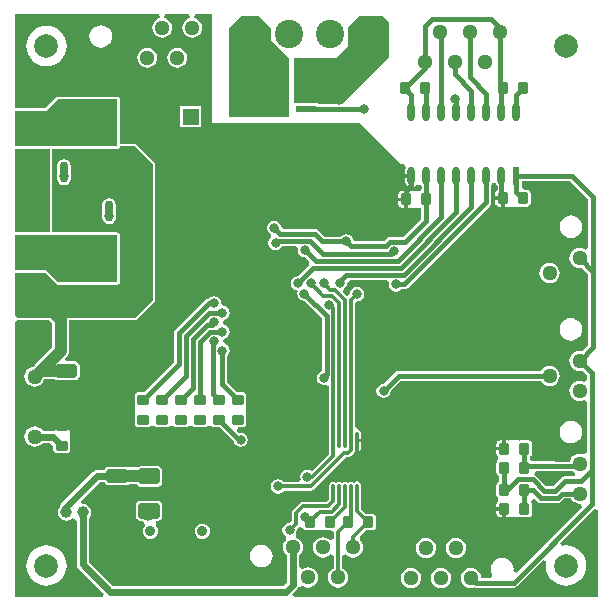
<source format=gbl>
G04 Layer_Physical_Order=2*
G04 Layer_Color=16711680*
%FSLAX24Y24*%
%MOIN*%
G70*
G01*
G75*
G04:AMPARAMS|DCode=13|XSize=39.4mil|YSize=35.4mil|CornerRadius=4.4mil|HoleSize=0mil|Usage=FLASHONLY|Rotation=270.000|XOffset=0mil|YOffset=0mil|HoleType=Round|Shape=RoundedRectangle|*
%AMROUNDEDRECTD13*
21,1,0.0394,0.0266,0,0,270.0*
21,1,0.0305,0.0354,0,0,270.0*
1,1,0.0089,-0.0133,-0.0153*
1,1,0.0089,-0.0133,0.0153*
1,1,0.0089,0.0133,0.0153*
1,1,0.0089,0.0133,-0.0153*
%
%ADD13ROUNDEDRECTD13*%
G04:AMPARAMS|DCode=14|XSize=39.4mil|YSize=35.4mil|CornerRadius=4.4mil|HoleSize=0mil|Usage=FLASHONLY|Rotation=180.000|XOffset=0mil|YOffset=0mil|HoleType=Round|Shape=RoundedRectangle|*
%AMROUNDEDRECTD14*
21,1,0.0394,0.0266,0,0,180.0*
21,1,0.0305,0.0354,0,0,180.0*
1,1,0.0089,-0.0153,0.0133*
1,1,0.0089,0.0153,0.0133*
1,1,0.0089,0.0153,-0.0133*
1,1,0.0089,-0.0153,-0.0133*
%
%ADD14ROUNDEDRECTD14*%
%ADD26C,0.0394*%
%ADD27C,0.0157*%
%ADD28C,0.0118*%
%ADD29C,0.0236*%
%ADD30C,0.0945*%
%ADD31C,0.0532*%
%ADD32R,0.0532X0.0532*%
%ADD33R,0.0532X0.0532*%
%ADD34C,0.0354*%
%ADD35C,0.0512*%
%ADD36C,0.0787*%
%ADD37C,0.0315*%
%ADD38C,0.0394*%
G04:AMPARAMS|DCode=39|XSize=70.9mil|YSize=45.3mil|CornerRadius=5.7mil|HoleSize=0mil|Usage=FLASHONLY|Rotation=0.000|XOffset=0mil|YOffset=0mil|HoleType=Round|Shape=RoundedRectangle|*
%AMROUNDEDRECTD39*
21,1,0.0709,0.0340,0,0,0.0*
21,1,0.0595,0.0453,0,0,0.0*
1,1,0.0113,0.0298,-0.0170*
1,1,0.0113,-0.0298,-0.0170*
1,1,0.0113,-0.0298,0.0170*
1,1,0.0113,0.0298,0.0170*
%
%ADD39ROUNDEDRECTD39*%
G04:AMPARAMS|DCode=40|XSize=70.9mil|YSize=51.2mil|CornerRadius=6.4mil|HoleSize=0mil|Usage=FLASHONLY|Rotation=0.000|XOffset=0mil|YOffset=0mil|HoleType=Round|Shape=RoundedRectangle|*
%AMROUNDEDRECTD40*
21,1,0.0709,0.0384,0,0,0.0*
21,1,0.0581,0.0512,0,0,0.0*
1,1,0.0128,0.0290,-0.0192*
1,1,0.0128,-0.0290,-0.0192*
1,1,0.0128,-0.0290,0.0192*
1,1,0.0128,0.0290,0.0192*
%
%ADD40ROUNDEDRECTD40*%
%ADD41R,0.0650X0.0240*%
%ADD42R,0.1820X0.1780*%
%ADD43O,0.0283X0.0701*%
%ADD44R,0.0283X0.0701*%
%ADD45R,0.0236X0.0610*%
%ADD46O,0.0236X0.0610*%
%ADD47R,0.0118X0.0571*%
%ADD48O,0.0118X0.0571*%
G36*
X1298Y12285D02*
X120D01*
Y15077D01*
X1298D01*
Y12285D01*
D02*
G37*
G36*
X3543Y15157D02*
X120D01*
Y16339D01*
X1181D01*
X1575Y16732D01*
X3543D01*
Y15157D01*
D02*
G37*
G36*
X8661Y19094D02*
Y19094D01*
Y18701D01*
X9252Y18110D01*
Y16142D01*
X7283D01*
Y19094D01*
Y19094D01*
X7677Y19488D01*
X8268D01*
X8661Y19094D01*
D02*
G37*
G36*
X18128Y4328D02*
X18128Y4328D01*
X18728D01*
X18802Y4269D01*
X18784Y4153D01*
X18451D01*
X18389Y4140D01*
X18337Y4106D01*
X18337Y4106D01*
X18057Y3826D01*
X17848D01*
X17505Y4169D01*
X17453Y4203D01*
X17441Y4213D01*
X17484Y4332D01*
X18108D01*
X18128Y4328D01*
D02*
G37*
G36*
X4724Y14567D02*
Y10039D01*
X4134Y9449D01*
X204Y9449D01*
X120Y9532D01*
Y10943D01*
X1148D01*
X1518Y10573D01*
X1544Y10556D01*
X1575Y10550D01*
X3543D01*
X3574Y10556D01*
X3600Y10573D01*
X3617Y10599D01*
X3624Y10630D01*
Y12205D01*
X3617Y12235D01*
X3600Y12261D01*
X3574Y12279D01*
X3543Y12285D01*
X1378D01*
Y15077D01*
X3543D01*
X3574Y15083D01*
X3600Y15101D01*
X3617Y15127D01*
X3624Y15157D01*
X4134D01*
X4724Y14567D01*
D02*
G37*
G36*
X3543Y10630D02*
X1575D01*
X1181Y11024D01*
X120D01*
Y12205D01*
X3543D01*
Y10630D01*
D02*
G37*
G36*
X12598Y19291D02*
Y18110D01*
X11046Y16558D01*
X10227D01*
Y16614D01*
X9449D01*
Y18110D01*
X10827D01*
Y18110D01*
X11220Y18504D01*
Y19094D01*
X11614Y19488D01*
X12402D01*
X12598Y19291D01*
D02*
G37*
G36*
X6693Y15945D02*
X11614D01*
X12992Y14567D01*
X13110D01*
X13173Y14449D01*
X13165Y14437D01*
X13150Y14360D01*
Y14232D01*
X13350D01*
Y14173D01*
X13409D01*
Y13797D01*
X13427Y13801D01*
X13492Y13844D01*
X13504Y13862D01*
X13634Y13879D01*
X13645Y13876D01*
X13690Y13825D01*
Y13768D01*
X13661Y13661D01*
X13346D01*
X13341Y13656D01*
X13302Y13664D01*
X13228D01*
Y13386D01*
Y13108D01*
X13302D01*
X13341Y13116D01*
X13346Y13110D01*
X13661D01*
X13678Y12999D01*
Y12724D01*
X13083Y12129D01*
X12625D01*
X12625Y12129D01*
X12564Y12117D01*
X12512Y12082D01*
X12512Y12082D01*
X12441Y12011D01*
X11417D01*
X11404Y12080D01*
X11351Y12158D01*
X11273Y12211D01*
X11181Y12229D01*
X11089Y12211D01*
X11011Y12158D01*
X11004Y12149D01*
X10441D01*
X10232Y12358D01*
X10180Y12392D01*
X10118Y12405D01*
X10118Y12405D01*
X9133D01*
X9020Y12441D01*
X9002Y12533D01*
X8950Y12611D01*
X8872Y12663D01*
X8780Y12682D01*
X8687Y12663D01*
X8609Y12611D01*
X8557Y12533D01*
X8539Y12441D01*
X8557Y12349D01*
X8609Y12271D01*
X8651Y12243D01*
X8664Y12128D01*
X8659Y12106D01*
X8649Y12099D01*
X8596Y12021D01*
X8578Y11929D01*
X8596Y11837D01*
X8649Y11759D01*
X8727Y11707D01*
X8819Y11688D01*
X8911Y11707D01*
X8989Y11759D01*
X9041Y11837D01*
X9043Y11847D01*
X9491D01*
X9570Y11729D01*
X9562Y11693D01*
X9581Y11601D01*
X9633Y11523D01*
X9711Y11470D01*
X9803Y11452D01*
X9815Y11454D01*
X9928Y11341D01*
X9936Y11300D01*
X9919Y11183D01*
X9571Y10835D01*
X9569Y10831D01*
X9567Y10831D01*
X9475Y10813D01*
X9397Y10761D01*
X9344Y10683D01*
X9326Y10591D01*
X9344Y10498D01*
X9397Y10420D01*
X9475Y10368D01*
X9509Y10361D01*
X9561Y10342D01*
X9543Y10250D01*
X9561Y10158D01*
X9613Y10080D01*
X9691Y10028D01*
X9783Y10009D01*
X9789Y10011D01*
X10371Y9429D01*
Y7669D01*
X10341Y7663D01*
X10263Y7611D01*
X10211Y7533D01*
X10192Y7441D01*
X10211Y7349D01*
X10263Y7271D01*
X10341Y7218D01*
X10433Y7200D01*
X10489Y7211D01*
X10585Y7156D01*
X10608Y7131D01*
Y5354D01*
Y4905D01*
X10025Y4323D01*
X9974Y4356D01*
X9882Y4375D01*
X9790Y4356D01*
X9712Y4304D01*
X9659Y4226D01*
X9641Y4134D01*
X9652Y4078D01*
X9597Y3982D01*
X9572Y3959D01*
X9088D01*
X9068Y3989D01*
X8990Y4041D01*
X8898Y4060D01*
X8805Y4041D01*
X8727Y3989D01*
X8675Y3911D01*
X8657Y3819D01*
X8675Y3727D01*
X8727Y3649D01*
X8805Y3596D01*
X8898Y3578D01*
X8990Y3596D01*
X9068Y3649D01*
X9088Y3678D01*
X10000D01*
X10054Y3689D01*
X10099Y3720D01*
X11170Y4791D01*
X11223D01*
X11277Y4801D01*
X11323Y4832D01*
X11438Y4947D01*
X11476Y4992D01*
Y5033D01*
X11479Y5046D01*
Y5354D01*
X11535D01*
Y5413D01*
X11676D01*
Y5581D01*
X11665Y5634D01*
X11635Y5680D01*
X11589Y5711D01*
X11535Y5721D01*
X11479Y5830D01*
Y9886D01*
X11535Y9995D01*
X11628Y10014D01*
X11706Y10066D01*
X11758Y10144D01*
X11776Y10236D01*
X11758Y10328D01*
X11706Y10407D01*
X11628Y10459D01*
X11535Y10477D01*
X11443Y10459D01*
X11365Y10407D01*
X11313Y10328D01*
X11295Y10239D01*
X11283Y10230D01*
X11185Y10182D01*
X11081Y10286D01*
X11109Y10425D01*
X11140Y10446D01*
X11193Y10524D01*
X11211Y10616D01*
X11303Y10706D01*
X12522D01*
X12601Y10587D01*
X12594Y10551D01*
X12612Y10459D01*
X12664Y10381D01*
X12742Y10329D01*
X12835Y10310D01*
X12927Y10329D01*
X13005Y10381D01*
X13011Y10391D01*
X13110D01*
X13110Y10391D01*
X13172Y10403D01*
X13224Y10438D01*
X15964Y13178D01*
X15964Y13178D01*
X15999Y13230D01*
X16011Y13291D01*
X16011Y13291D01*
Y13872D01*
X16036Y13909D01*
X16040Y13931D01*
X16161D01*
X16165Y13909D01*
X16208Y13844D01*
X16248Y13818D01*
X16236Y13704D01*
X16233Y13697D01*
X16217Y13694D01*
X16176Y13666D01*
X16149Y13626D01*
X16139Y13578D01*
Y13484D01*
X16398D01*
Y13425D01*
X16457D01*
Y13147D01*
X16531D01*
X16569Y13155D01*
X16575Y13150D01*
X16890D01*
X16895Y13155D01*
X16934Y13147D01*
X17200D01*
X17248Y13157D01*
X17289Y13184D01*
X17316Y13225D01*
X17325Y13273D01*
Y13578D01*
X17316Y13626D01*
X17289Y13666D01*
X17248Y13694D01*
X17200Y13703D01*
X17124D01*
X17047Y13789D01*
Y14013D01*
X18634D01*
X19249Y13398D01*
Y11773D01*
X19131Y11714D01*
X19122Y11721D01*
X19040Y11755D01*
X18953Y11767D01*
X18865Y11755D01*
X18784Y11721D01*
X18714Y11668D01*
X18660Y11598D01*
X18627Y11516D01*
X18615Y11429D01*
X18627Y11342D01*
X18660Y11260D01*
X18714Y11190D01*
X18784Y11137D01*
X18865Y11103D01*
X18953Y11092D01*
X19040Y11103D01*
X19048Y11106D01*
X19249Y10906D01*
Y8527D01*
X19048Y8327D01*
X19040Y8330D01*
X18953Y8341D01*
X18865Y8330D01*
X18784Y8296D01*
X18714Y8243D01*
X18660Y8173D01*
X18627Y8091D01*
X18615Y8004D01*
X18627Y7917D01*
X18660Y7835D01*
X18714Y7765D01*
X18784Y7712D01*
X18865Y7678D01*
X18953Y7666D01*
X19040Y7678D01*
X19048Y7681D01*
X19206Y7524D01*
Y7381D01*
X19179Y7354D01*
X19087Y7310D01*
X19040Y7330D01*
X18953Y7341D01*
X18865Y7330D01*
X18784Y7296D01*
X18714Y7243D01*
X18660Y7173D01*
X18627Y7091D01*
X18615Y7004D01*
X18627Y6917D01*
X18660Y6835D01*
X18714Y6765D01*
X18784Y6712D01*
X18865Y6678D01*
X18953Y6666D01*
X19040Y6678D01*
X19087Y6698D01*
X19179Y6654D01*
X19206Y6627D01*
Y4955D01*
X19179Y4929D01*
X19087Y4885D01*
X19040Y4905D01*
X18953Y4916D01*
X18865Y4905D01*
X18784Y4871D01*
X18714Y4817D01*
X18660Y4748D01*
X18627Y4666D01*
X18624Y4649D01*
X18144D01*
X18124Y4653D01*
X18124Y4653D01*
X17353D01*
X17328Y4690D01*
X17316Y4698D01*
X17308Y4728D01*
Y4800D01*
X17316Y4829D01*
X17328Y4837D01*
X17355Y4878D01*
X17365Y4926D01*
Y5231D01*
X17355Y5279D01*
X17328Y5320D01*
X17287Y5347D01*
X17239Y5357D01*
X16973D01*
X16934Y5349D01*
X16929Y5354D01*
X16614D01*
X16609Y5349D01*
X16570Y5357D01*
X16496D01*
Y5079D01*
X16437D01*
Y5020D01*
X16179D01*
Y4926D01*
X16188Y4878D01*
X16215Y4837D01*
X16228Y4829D01*
X16235Y4800D01*
Y4728D01*
X16228Y4698D01*
X16215Y4690D01*
X16188Y4649D01*
X16179Y4601D01*
Y4296D01*
X16188Y4248D01*
X16215Y4208D01*
X16256Y4180D01*
X16276Y4176D01*
Y3973D01*
X16256Y3969D01*
X16215Y3942D01*
X16188Y3901D01*
X16179Y3853D01*
Y3548D01*
X16188Y3500D01*
X16215Y3460D01*
X16228Y3451D01*
X16235Y3422D01*
Y3350D01*
X16228Y3320D01*
X16215Y3312D01*
X16188Y3271D01*
X16179Y3223D01*
Y3130D01*
X16437D01*
Y3071D01*
X16496D01*
Y2793D01*
X16570D01*
X16609Y2801D01*
X16614Y2795D01*
X16929D01*
X16934Y2801D01*
X16973Y2793D01*
X17239D01*
X17287Y2802D01*
X17328Y2830D01*
X17355Y2870D01*
X17365Y2918D01*
Y3223D01*
X17355Y3271D01*
X17328Y3312D01*
X17391Y3412D01*
X17417Y3432D01*
X17429Y3433D01*
X17448Y3427D01*
X17564Y3312D01*
X17616Y3277D01*
X17678Y3265D01*
X18218D01*
X18218Y3265D01*
X18279Y3277D01*
X18331Y3312D01*
X18438Y3418D01*
X18657D01*
X18660Y3410D01*
X18714Y3340D01*
X18784Y3286D01*
X18865Y3253D01*
X18953Y3241D01*
X18994Y3247D01*
X19049Y3135D01*
X16852Y938D01*
X16747Y999D01*
X16755Y1063D01*
X16742Y1161D01*
X16705Y1252D01*
X16645Y1330D01*
X16567Y1390D01*
X16476Y1427D01*
X16378Y1440D01*
X16280Y1427D01*
X16189Y1390D01*
X16111Y1330D01*
X16051Y1252D01*
X16014Y1161D01*
X16001Y1063D01*
X16014Y965D01*
X16045Y889D01*
X16025Y835D01*
X15982Y771D01*
X15665D01*
X15664Y772D01*
X15653Y859D01*
X15619Y940D01*
X15565Y1010D01*
X15496Y1064D01*
X15414Y1098D01*
X15327Y1109D01*
X15239Y1098D01*
X15158Y1064D01*
X15088Y1010D01*
X15034Y940D01*
X15001Y859D01*
X14989Y772D01*
X15001Y684D01*
X15034Y603D01*
X15088Y533D01*
X15158Y479D01*
X15239Y446D01*
X15327Y434D01*
X15414Y446D01*
X15445Y458D01*
X15488Y450D01*
X16752D01*
X16752Y450D01*
X16813Y462D01*
X16866Y497D01*
X17738Y1369D01*
X17837Y1317D01*
X17844Y1308D01*
X17831Y1181D01*
X17844Y1050D01*
X17883Y924D01*
X17945Y807D01*
X18028Y706D01*
X18130Y622D01*
X18247Y560D01*
X18373Y521D01*
X18504Y509D01*
X18635Y521D01*
X18761Y560D01*
X18878Y622D01*
X18979Y706D01*
X19063Y807D01*
X19125Y924D01*
X19164Y1050D01*
X19176Y1181D01*
X19164Y1312D01*
X19125Y1438D01*
X19063Y1555D01*
X18979Y1657D01*
X18878Y1740D01*
X18761Y1802D01*
X18635Y1841D01*
X18504Y1854D01*
X18377Y1841D01*
X18369Y1849D01*
X18316Y1947D01*
X19447Y3078D01*
X19565Y3031D01*
Y120D01*
X9430D01*
X9381Y239D01*
X9540Y397D01*
X9583Y463D01*
X9615Y483D01*
X9712Y508D01*
X9729Y495D01*
X9810Y461D01*
X9898Y450D01*
X9985Y461D01*
X10066Y495D01*
X10136Y549D01*
X10190Y619D01*
X10224Y700D01*
X10235Y787D01*
X10224Y875D01*
X10190Y956D01*
X10136Y1026D01*
X10066Y1080D01*
X9985Y1113D01*
X9898Y1125D01*
X9810Y1113D01*
X9729Y1080D01*
X9716Y1070D01*
X9598Y1128D01*
Y1520D01*
X9636Y1549D01*
X9690Y1619D01*
X9724Y1700D01*
X9735Y1787D01*
X9724Y1875D01*
X9690Y1956D01*
X9636Y2026D01*
X9566Y2080D01*
X9528Y2095D01*
X9514Y2116D01*
X9488Y2204D01*
X9488Y2232D01*
X9514Y2270D01*
X9532Y2362D01*
X9525Y2397D01*
X9607Y2479D01*
X9626Y2480D01*
X9729Y2449D01*
X9732Y2437D01*
X9759Y2397D01*
X9799Y2369D01*
X9847Y2360D01*
X10113D01*
X10152Y2368D01*
X10157Y2362D01*
X10472D01*
X10478Y2368D01*
X10517Y2360D01*
X10650D01*
X10757Y2295D01*
Y2063D01*
X10639Y2023D01*
X10636Y2026D01*
X10566Y2080D01*
X10485Y2113D01*
X10398Y2125D01*
X10310Y2113D01*
X10229Y2080D01*
X10159Y2026D01*
X10105Y1956D01*
X10072Y1875D01*
X10060Y1787D01*
X10072Y1700D01*
X10105Y1619D01*
X10159Y1549D01*
X10229Y1495D01*
X10310Y1461D01*
X10398Y1450D01*
X10485Y1461D01*
X10566Y1495D01*
X10636Y1549D01*
X10639Y1552D01*
X10757Y1512D01*
Y1091D01*
X10729Y1080D01*
X10659Y1026D01*
X10605Y956D01*
X10572Y875D01*
X10560Y787D01*
X10572Y700D01*
X10605Y619D01*
X10659Y549D01*
X10729Y495D01*
X10810Y461D01*
X10898Y450D01*
X10985Y461D01*
X11066Y495D01*
X11136Y549D01*
X11190Y619D01*
X11224Y700D01*
X11235Y787D01*
X11224Y875D01*
X11190Y956D01*
X11136Y1026D01*
X11066Y1080D01*
X11038Y1091D01*
Y1512D01*
X11156Y1552D01*
X11159Y1549D01*
X11229Y1495D01*
X11310Y1461D01*
X11398Y1450D01*
X11485Y1461D01*
X11566Y1495D01*
X11636Y1549D01*
X11690Y1619D01*
X11724Y1700D01*
X11735Y1787D01*
X11724Y1875D01*
X11690Y1956D01*
X11636Y2026D01*
X11641Y2171D01*
X11830Y2360D01*
X12042D01*
X12090Y2369D01*
X12131Y2397D01*
X12158Y2437D01*
X12168Y2485D01*
Y2790D01*
X12158Y2838D01*
X12131Y2879D01*
X12090Y2906D01*
X12042Y2916D01*
X11830D01*
X11676Y3070D01*
Y3622D01*
Y3848D01*
X11665Y3902D01*
X11635Y3948D01*
X11589Y3978D01*
X11535Y3989D01*
X11482Y3978D01*
X11437Y3948D01*
X11392Y3978D01*
X11339Y3989D01*
X11285Y3978D01*
X11240Y3948D01*
X11195Y3978D01*
X11142Y3989D01*
X11088Y3978D01*
X11043Y3948D01*
X10999Y3978D01*
X10945Y3989D01*
X10891Y3978D01*
X10846Y3948D01*
X10802Y3978D01*
X10748Y3989D01*
X10694Y3978D01*
X10649Y3948D01*
X10618Y3902D01*
X10608Y3848D01*
Y3405D01*
X10513Y3310D01*
X9740D01*
X9686Y3299D01*
X9641Y3269D01*
X9409Y3037D01*
X9378Y2991D01*
X9367Y2937D01*
Y2700D01*
X9291Y2603D01*
X9199Y2585D01*
X9121Y2533D01*
X9069Y2454D01*
X9050Y2362D01*
X9069Y2270D01*
X9121Y2192D01*
X9153Y2170D01*
X9169Y2042D01*
X9165Y2031D01*
X9159Y2026D01*
X9105Y1956D01*
X9072Y1875D01*
X9060Y1787D01*
X9072Y1700D01*
X9105Y1619D01*
X9159Y1549D01*
X9197Y1520D01*
Y623D01*
X9090Y516D01*
X3390D01*
X2602Y1304D01*
Y2762D01*
X2642Y2814D01*
X2670Y2881D01*
X2680Y2953D01*
X2670Y3025D01*
X2642Y3092D01*
X2598Y3149D01*
X2541Y3193D01*
X2474Y3221D01*
X2402Y3231D01*
X2379Y3228D01*
X2324Y3340D01*
X2957Y3973D01*
X3114D01*
X3118Y3951D01*
X3148Y3906D01*
X3193Y3876D01*
X3246Y3865D01*
X3841D01*
X3894Y3876D01*
X3923Y3895D01*
X4189D01*
X4213Y3859D01*
X4260Y3827D01*
X4316Y3816D01*
X4897D01*
X4952Y3827D01*
X5000Y3859D01*
X5031Y3906D01*
X5042Y3962D01*
Y4345D01*
X5031Y4401D01*
X5000Y4448D01*
X4952Y4480D01*
X4897Y4491D01*
X4316D01*
X4260Y4480D01*
X4217Y4451D01*
X3923D01*
X3894Y4470D01*
X3841Y4481D01*
X3246D01*
X3193Y4470D01*
X3148Y4441D01*
X3118Y4396D01*
X3114Y4374D01*
X2874D01*
X2797Y4359D01*
X2732Y4315D01*
X1708Y3292D01*
X1665Y3226D01*
X1650Y3150D01*
Y3144D01*
X1610Y3092D01*
X1582Y3025D01*
X1572Y2953D01*
X1582Y2881D01*
X1610Y2814D01*
X1654Y2756D01*
X1711Y2712D01*
X1778Y2684D01*
X1850Y2675D01*
X1922Y2684D01*
X1989Y2712D01*
X2047Y2756D01*
X2152Y2709D01*
X2201Y2661D01*
Y1220D01*
X2216Y1144D01*
X2260Y1079D01*
X3100Y239D01*
X3051Y120D01*
X120D01*
Y9274D01*
X126Y9285D01*
X204Y9369D01*
X1262D01*
X1376Y9255D01*
Y8462D01*
X788Y7874D01*
X723Y7809D01*
X700Y7806D01*
X619Y7773D01*
X549Y7719D01*
X495Y7649D01*
X461Y7568D01*
X450Y7480D01*
X461Y7393D01*
X495Y7312D01*
X549Y7242D01*
X619Y7188D01*
X700Y7154D01*
X787Y7143D01*
X875Y7154D01*
X956Y7188D01*
X1026Y7242D01*
X1080Y7312D01*
X1113Y7393D01*
X1114Y7399D01*
X1471D01*
X1500Y7380D01*
X1553Y7369D01*
X2148D01*
X2201Y7380D01*
X2246Y7410D01*
X2276Y7455D01*
X2286Y7507D01*
Y7847D01*
X2276Y7900D01*
X2246Y7945D01*
X2201Y7974D01*
X2148Y7985D01*
X1839D01*
X1794Y8094D01*
X1850Y8150D01*
X1894Y8207D01*
X1922Y8275D01*
X1932Y8346D01*
Y9369D01*
X4134Y9369D01*
X4165Y9375D01*
X4191Y9392D01*
X4191Y9392D01*
X4781Y9983D01*
X4799Y10009D01*
X4805Y10039D01*
Y14567D01*
X4799Y14598D01*
X4781Y14624D01*
X4781Y14624D01*
X4191Y15214D01*
X4165Y15232D01*
X4134Y15238D01*
X3624D01*
Y16732D01*
X3617Y16763D01*
X3600Y16789D01*
X3574Y16806D01*
X3543Y16813D01*
X1575D01*
X1575Y16813D01*
X1544Y16806D01*
X1518Y16789D01*
X1518Y16789D01*
X1148Y16419D01*
X120D01*
Y19565D01*
X4945D01*
X4975Y19447D01*
X4956Y19436D01*
X4954Y19435D01*
X4956Y19436D01*
X4956Y19436D01*
X4956Y19436D01*
X4956Y19436D01*
X4943Y19431D01*
X4875Y19403D01*
X4805Y19349D01*
X4751Y19279D01*
X4717Y19198D01*
X4706Y19110D01*
X4717Y19023D01*
X4751Y18941D01*
X4805Y18872D01*
X4875Y18818D01*
X4956Y18784D01*
X5043Y18773D01*
X5131Y18784D01*
X5212Y18818D01*
X5282Y18872D01*
X5336Y18941D01*
X5369Y19023D01*
X5381Y19110D01*
X5369Y19198D01*
X5336Y19279D01*
X5282Y19349D01*
X5212Y19403D01*
X5144Y19431D01*
X5131Y19436D01*
X5131Y19436D01*
X5131Y19436D01*
X5131Y19436D01*
X5133Y19435D01*
X5131Y19436D01*
X5112Y19447D01*
X5142Y19565D01*
X5945D01*
X5975Y19447D01*
X5956Y19436D01*
X5956Y19436D01*
X5956Y19436D01*
X5943Y19431D01*
X5875Y19403D01*
X5805Y19349D01*
X5751Y19279D01*
X5717Y19198D01*
X5706Y19110D01*
X5717Y19023D01*
X5751Y18941D01*
X5805Y18872D01*
X5875Y18818D01*
X5956Y18784D01*
X6043Y18773D01*
X6131Y18784D01*
X6212Y18818D01*
X6282Y18872D01*
X6336Y18941D01*
X6369Y19023D01*
X6381Y19110D01*
X6369Y19198D01*
X6336Y19279D01*
X6282Y19349D01*
X6212Y19403D01*
X6144Y19431D01*
X6131Y19436D01*
X6131Y19436D01*
X6131Y19436D01*
X6131Y19436D01*
X6133Y19435D01*
X6131Y19436D01*
X6112Y19447D01*
X6142Y19565D01*
X6693D01*
Y15945D01*
D02*
G37*
%LPC*%
G36*
X787Y5818D02*
X700Y5806D01*
X619Y5773D01*
X549Y5719D01*
X495Y5649D01*
X461Y5568D01*
X450Y5480D01*
X461Y5393D01*
X495Y5312D01*
X549Y5242D01*
X619Y5188D01*
X700Y5154D01*
X787Y5143D01*
X875Y5154D01*
X956Y5188D01*
X1026Y5242D01*
X1055Y5280D01*
X1307D01*
X1415Y5171D01*
Y5044D01*
X1424Y4996D01*
X1452Y4956D01*
X1492Y4928D01*
X1540Y4919D01*
X1845D01*
X1893Y4928D01*
X1934Y4956D01*
X1961Y4996D01*
X1971Y5044D01*
Y5310D01*
X1963Y5349D01*
X1969Y5354D01*
Y5669D01*
X1890Y5748D01*
X1496D01*
X1423Y5674D01*
X1390Y5681D01*
X1055D01*
X1026Y5719D01*
X956Y5773D01*
X875Y5806D01*
X787Y5818D01*
D02*
G37*
G36*
X16378Y3012D02*
X16179D01*
Y2918D01*
X16188Y2870D01*
X16215Y2830D01*
X16256Y2802D01*
X16304Y2793D01*
X16378D01*
Y3012D01*
D02*
G37*
G36*
X11676Y5295D02*
X11594D01*
Y5002D01*
X11635Y5029D01*
X11665Y5074D01*
X11676Y5128D01*
Y5295D01*
D02*
G37*
G36*
X17953Y7841D02*
X17865Y7830D01*
X17784Y7796D01*
X17714Y7743D01*
X17660Y7673D01*
X17657Y7664D01*
X12917D01*
X12917Y7664D01*
X12856Y7652D01*
X12804Y7617D01*
X12433Y7246D01*
X12421Y7249D01*
X12329Y7230D01*
X12251Y7178D01*
X12199Y7100D01*
X12180Y7008D01*
X12199Y6916D01*
X12251Y6838D01*
X12329Y6785D01*
X12421Y6767D01*
X12513Y6785D01*
X12592Y6838D01*
X12644Y6916D01*
X12662Y7008D01*
X12660Y7019D01*
X12984Y7343D01*
X17657D01*
X17660Y7335D01*
X17714Y7265D01*
X17784Y7212D01*
X17865Y7178D01*
X17953Y7166D01*
X18040Y7178D01*
X18122Y7212D01*
X18191Y7265D01*
X18245Y7335D01*
X18279Y7417D01*
X18290Y7504D01*
X18279Y7591D01*
X18245Y7673D01*
X18191Y7743D01*
X18122Y7796D01*
X18040Y7830D01*
X17953Y7841D01*
D02*
G37*
G36*
X18661Y6007D02*
X18564Y5994D01*
X18473Y5957D01*
X18395Y5897D01*
X18335Y5819D01*
X18297Y5728D01*
X18284Y5630D01*
X18297Y5532D01*
X18335Y5441D01*
X18395Y5363D01*
X18473Y5303D01*
X18564Y5266D01*
X18661Y5253D01*
X18759Y5266D01*
X18850Y5303D01*
X18928Y5363D01*
X18988Y5441D01*
X19026Y5532D01*
X19039Y5630D01*
X19026Y5728D01*
X18988Y5819D01*
X18928Y5897D01*
X18850Y5957D01*
X18759Y5994D01*
X18661Y6007D01*
D02*
G37*
G36*
X16378Y5357D02*
X16304D01*
X16256Y5347D01*
X16215Y5320D01*
X16188Y5279D01*
X16179Y5231D01*
Y5138D01*
X16378D01*
Y5357D01*
D02*
G37*
G36*
X6378Y2581D02*
X6311Y2572D01*
X6249Y2546D01*
X6195Y2505D01*
X6154Y2452D01*
X6129Y2390D01*
X6120Y2323D01*
X6129Y2256D01*
X6154Y2194D01*
X6195Y2140D01*
X6249Y2099D01*
X6311Y2074D01*
X6378Y2065D01*
X6445Y2074D01*
X6507Y2099D01*
X6560Y2140D01*
X6601Y2194D01*
X6627Y2256D01*
X6636Y2323D01*
X6627Y2390D01*
X6601Y2452D01*
X6560Y2505D01*
X6507Y2546D01*
X6445Y2572D01*
X6378Y2581D01*
D02*
G37*
G36*
X1181Y1854D02*
X1050Y1841D01*
X924Y1802D01*
X807Y1740D01*
X706Y1657D01*
X622Y1555D01*
X560Y1438D01*
X521Y1312D01*
X509Y1181D01*
X521Y1050D01*
X560Y924D01*
X622Y807D01*
X706Y706D01*
X807Y622D01*
X924Y560D01*
X1050Y521D01*
X1181Y509D01*
X1312Y521D01*
X1438Y560D01*
X1555Y622D01*
X1657Y706D01*
X1740Y807D01*
X1802Y924D01*
X1841Y1050D01*
X1854Y1181D01*
X1841Y1312D01*
X1802Y1438D01*
X1740Y1555D01*
X1657Y1657D01*
X1555Y1740D01*
X1438Y1802D01*
X1312Y1841D01*
X1181Y1854D01*
D02*
G37*
G36*
X14327Y1109D02*
X14239Y1098D01*
X14158Y1064D01*
X14088Y1010D01*
X14034Y940D01*
X14001Y859D01*
X13989Y772D01*
X14001Y684D01*
X14034Y603D01*
X14088Y533D01*
X14158Y479D01*
X14239Y446D01*
X14327Y434D01*
X14414Y446D01*
X14496Y479D01*
X14565Y533D01*
X14619Y603D01*
X14653Y684D01*
X14664Y772D01*
X14653Y859D01*
X14619Y940D01*
X14565Y1010D01*
X14496Y1064D01*
X14414Y1098D01*
X14327Y1109D01*
D02*
G37*
G36*
X13327D02*
X13239Y1098D01*
X13158Y1064D01*
X13088Y1010D01*
X13034Y940D01*
X13001Y859D01*
X12989Y772D01*
X13001Y684D01*
X13034Y603D01*
X13088Y533D01*
X13158Y479D01*
X13239Y446D01*
X13327Y434D01*
X13414Y446D01*
X13496Y479D01*
X13565Y533D01*
X13619Y603D01*
X13653Y684D01*
X13664Y772D01*
X13653Y859D01*
X13619Y940D01*
X13565Y1010D01*
X13496Y1064D01*
X13414Y1098D01*
X13327Y1109D01*
D02*
G37*
G36*
X8346Y1873D02*
X8249Y1860D01*
X8158Y1823D01*
X8080Y1763D01*
X8020Y1685D01*
X7982Y1594D01*
X7969Y1496D01*
X7982Y1398D01*
X8020Y1307D01*
X8080Y1229D01*
X8158Y1169D01*
X8249Y1132D01*
X8346Y1119D01*
X8444Y1132D01*
X8535Y1169D01*
X8613Y1229D01*
X8673Y1307D01*
X8711Y1398D01*
X8724Y1496D01*
X8711Y1594D01*
X8673Y1685D01*
X8613Y1763D01*
X8535Y1823D01*
X8444Y1860D01*
X8346Y1873D01*
D02*
G37*
G36*
X4897Y3349D02*
X4316D01*
X4260Y3338D01*
X4213Y3307D01*
X4182Y3259D01*
X4170Y3204D01*
Y2820D01*
X4182Y2764D01*
X4213Y2717D01*
X4260Y2685D01*
X4316Y2674D01*
X4374D01*
X4428Y2633D01*
X4433Y2631D01*
X4459Y2525D01*
X4456Y2496D01*
X4422Y2452D01*
X4396Y2390D01*
X4388Y2323D01*
X4396Y2256D01*
X4422Y2194D01*
X4463Y2140D01*
X4517Y2099D01*
X4579Y2074D01*
X4646Y2065D01*
X4712Y2074D01*
X4775Y2099D01*
X4828Y2140D01*
X4869Y2194D01*
X4895Y2256D01*
X4904Y2323D01*
X4895Y2390D01*
X4869Y2452D01*
X4828Y2505D01*
X4823Y2646D01*
X4848Y2674D01*
X4897D01*
X4952Y2685D01*
X5000Y2717D01*
X5031Y2764D01*
X5042Y2820D01*
Y3204D01*
X5031Y3259D01*
X5000Y3307D01*
X4952Y3338D01*
X4897Y3349D01*
D02*
G37*
G36*
X14827Y2109D02*
X14739Y2098D01*
X14658Y2064D01*
X14588Y2010D01*
X14534Y1940D01*
X14501Y1859D01*
X14489Y1772D01*
X14501Y1684D01*
X14534Y1603D01*
X14588Y1533D01*
X14658Y1479D01*
X14739Y1446D01*
X14827Y1434D01*
X14914Y1446D01*
X14996Y1479D01*
X15065Y1533D01*
X15119Y1603D01*
X15153Y1684D01*
X15164Y1772D01*
X15153Y1859D01*
X15119Y1940D01*
X15065Y2010D01*
X14996Y2064D01*
X14914Y2098D01*
X14827Y2109D01*
D02*
G37*
G36*
X13827D02*
X13739Y2098D01*
X13658Y2064D01*
X13588Y2010D01*
X13534Y1940D01*
X13501Y1859D01*
X13489Y1772D01*
X13501Y1684D01*
X13534Y1603D01*
X13588Y1533D01*
X13658Y1479D01*
X13739Y1446D01*
X13827Y1434D01*
X13914Y1446D01*
X13996Y1479D01*
X14065Y1533D01*
X14119Y1603D01*
X14153Y1684D01*
X14164Y1772D01*
X14153Y1859D01*
X14119Y1940D01*
X14065Y2010D01*
X13996Y2064D01*
X13914Y2098D01*
X13827Y2109D01*
D02*
G37*
G36*
X18661Y9432D02*
X18564Y9420D01*
X18473Y9382D01*
X18395Y9322D01*
X18335Y9244D01*
X18297Y9153D01*
X18284Y9055D01*
X18297Y8957D01*
X18335Y8867D01*
X18395Y8788D01*
X18473Y8728D01*
X18564Y8691D01*
X18661Y8678D01*
X18759Y8691D01*
X18850Y8728D01*
X18928Y8788D01*
X18988Y8867D01*
X19026Y8957D01*
X19039Y9055D01*
X19026Y9153D01*
X18988Y9244D01*
X18928Y9322D01*
X18850Y9382D01*
X18759Y9420D01*
X18661Y9432D01*
D02*
G37*
G36*
X13291Y14114D02*
X13150D01*
Y13986D01*
X13165Y13909D01*
X13208Y13844D01*
X13274Y13801D01*
X13291Y13797D01*
Y14114D01*
D02*
G37*
G36*
X13110Y13664D02*
X13036D01*
X12988Y13654D01*
X12948Y13627D01*
X12921Y13586D01*
X12911Y13538D01*
Y13445D01*
X13110D01*
Y13664D01*
D02*
G37*
G36*
X16339Y13366D02*
X16139D01*
Y13273D01*
X16149Y13225D01*
X16176Y13184D01*
X16217Y13157D01*
X16265Y13147D01*
X16339D01*
Y13366D01*
D02*
G37*
G36*
X1768Y14725D02*
X1682Y14708D01*
X1609Y14659D01*
X1560Y14586D01*
X1543Y14500D01*
Y14258D01*
X1527Y14177D01*
X1543Y14096D01*
Y14083D01*
X1560Y13997D01*
X1609Y13924D01*
X1682Y13875D01*
X1768Y13858D01*
X1854Y13875D01*
X1927Y13924D01*
X1975Y13997D01*
X1993Y14083D01*
Y14096D01*
X2009Y14177D01*
X1993Y14258D01*
Y14500D01*
X1975Y14586D01*
X1927Y14659D01*
X1854Y14708D01*
X1768Y14725D01*
D02*
G37*
G36*
X4543Y18448D02*
X4456Y18436D01*
X4375Y18403D01*
X4305Y18349D01*
X4251Y18279D01*
X4217Y18198D01*
X4206Y18110D01*
X4217Y18023D01*
X4251Y17941D01*
X4305Y17872D01*
X4375Y17818D01*
X4456Y17784D01*
X4543Y17773D01*
X4631Y17784D01*
X4712Y17818D01*
X4782Y17872D01*
X4836Y17941D01*
X4869Y18023D01*
X4881Y18110D01*
X4869Y18198D01*
X4836Y18279D01*
X4782Y18349D01*
X4712Y18403D01*
X4631Y18436D01*
X4543Y18448D01*
D02*
G37*
G36*
X6329Y16486D02*
X5640D01*
Y15797D01*
X6329D01*
Y16486D01*
D02*
G37*
G36*
X5543Y18448D02*
X5456Y18436D01*
X5375Y18403D01*
X5305Y18349D01*
X5251Y18279D01*
X5217Y18198D01*
X5206Y18110D01*
X5217Y18023D01*
X5251Y17941D01*
X5305Y17872D01*
X5375Y17818D01*
X5456Y17784D01*
X5543Y17773D01*
X5631Y17784D01*
X5712Y17818D01*
X5782Y17872D01*
X5836Y17941D01*
X5869Y18023D01*
X5881Y18110D01*
X5869Y18198D01*
X5836Y18279D01*
X5782Y18349D01*
X5712Y18403D01*
X5631Y18436D01*
X5543Y18448D01*
D02*
G37*
G36*
X13110Y13327D02*
X12911D01*
Y13233D01*
X12921Y13185D01*
X12948Y13145D01*
X12988Y13117D01*
X13036Y13108D01*
X13110D01*
Y13327D01*
D02*
G37*
G36*
X17953Y11267D02*
X17865Y11255D01*
X17784Y11221D01*
X17714Y11168D01*
X17660Y11098D01*
X17627Y11016D01*
X17615Y10929D01*
X17627Y10842D01*
X17660Y10760D01*
X17714Y10690D01*
X17784Y10637D01*
X17865Y10603D01*
X17953Y10592D01*
X18040Y10603D01*
X18122Y10637D01*
X18191Y10690D01*
X18245Y10760D01*
X18279Y10842D01*
X18290Y10929D01*
X18279Y11016D01*
X18245Y11098D01*
X18191Y11168D01*
X18122Y11221D01*
X18040Y11255D01*
X17953Y11267D01*
D02*
G37*
G36*
X5956Y19436D02*
X5954Y19435D01*
X5956Y19436D01*
X5956Y19436D01*
D02*
G37*
G36*
X6772Y10162D02*
X6679Y10144D01*
X6601Y10092D01*
X6595Y10082D01*
X6584D01*
X6584Y10082D01*
X6522Y10070D01*
X6470Y10035D01*
X5477Y9041D01*
X5442Y8989D01*
X5430Y8928D01*
X5430Y8928D01*
Y7960D01*
X4441Y6971D01*
X4257D01*
X4209Y6961D01*
X4168Y6934D01*
X4141Y6893D01*
X4131Y6845D01*
Y6580D01*
X4139Y6541D01*
X4134Y6535D01*
Y6220D01*
X4139Y6215D01*
X4131Y6176D01*
Y5910D01*
X4141Y5862D01*
X4168Y5822D01*
X4209Y5795D01*
X4257Y5785D01*
X4562D01*
X4610Y5795D01*
X4651Y5822D01*
X4659Y5834D01*
X4688Y5841D01*
X4760D01*
X4790Y5834D01*
X4798Y5822D01*
X4839Y5795D01*
X4887Y5785D01*
X4989D01*
X5000Y5783D01*
X5011Y5785D01*
X5192D01*
X5240Y5795D01*
X5281Y5822D01*
X5289Y5834D01*
X5318Y5841D01*
X5390D01*
X5420Y5834D01*
X5428Y5822D01*
X5469Y5795D01*
X5517Y5785D01*
X5822D01*
X5870Y5795D01*
X5911Y5822D01*
X5919Y5834D01*
X5948Y5841D01*
X6020D01*
X6050Y5834D01*
X6058Y5822D01*
X6099Y5795D01*
X6147Y5785D01*
X6452D01*
X6500Y5795D01*
X6540Y5822D01*
X6549Y5834D01*
X6578Y5841D01*
X6650D01*
X6680Y5834D01*
X6688Y5822D01*
X6729Y5795D01*
X6777Y5785D01*
X6960D01*
X7428Y5318D01*
X7435Y5282D01*
X7487Y5204D01*
X7565Y5152D01*
X7657Y5133D01*
X7750Y5152D01*
X7828Y5204D01*
X7880Y5282D01*
X7898Y5374D01*
X7880Y5466D01*
X7828Y5544D01*
X7750Y5597D01*
X7657Y5615D01*
X7607Y5605D01*
X7537Y5680D01*
X7581Y5785D01*
X7712D01*
X7760Y5795D01*
X7800Y5822D01*
X7828Y5862D01*
X7837Y5910D01*
Y6176D01*
X7829Y6215D01*
X7835Y6220D01*
Y6535D01*
X7829Y6541D01*
X7837Y6580D01*
Y6845D01*
X7828Y6893D01*
X7800Y6934D01*
X7760Y6961D01*
X7712Y6971D01*
X7528D01*
X7208Y7291D01*
Y8170D01*
X7218Y8176D01*
X7270Y8254D01*
X7288Y8346D01*
X7270Y8439D01*
X7218Y8517D01*
X7139Y8569D01*
X7081Y8666D01*
X7128Y8752D01*
X7139Y8754D01*
X7218Y8806D01*
X7270Y8884D01*
X7288Y8976D01*
X7270Y9069D01*
X7218Y9147D01*
X7139Y9199D01*
X7115Y9204D01*
X7072Y9291D01*
X7115Y9379D01*
X7139Y9384D01*
X7218Y9436D01*
X7270Y9514D01*
X7288Y9606D01*
X7270Y9698D01*
X7218Y9777D01*
X7139Y9829D01*
X7115Y9834D01*
X7013Y9921D01*
X6994Y10013D01*
X6942Y10092D01*
X6864Y10144D01*
X6772Y10162D01*
D02*
G37*
G36*
X2992Y19196D02*
X2894Y19183D01*
X2804Y19146D01*
X2725Y19086D01*
X2665Y19008D01*
X2628Y18917D01*
X2615Y18819D01*
X2628Y18721D01*
X2665Y18630D01*
X2725Y18552D01*
X2804Y18492D01*
X2894Y18455D01*
X2992Y18442D01*
X3090Y18455D01*
X3181Y18492D01*
X3259Y18552D01*
X3319Y18630D01*
X3357Y18721D01*
X3369Y18819D01*
X3357Y18917D01*
X3319Y19008D01*
X3259Y19086D01*
X3181Y19146D01*
X3090Y19183D01*
X2992Y19196D01*
D02*
G37*
G36*
X3272Y13426D02*
X3186Y13408D01*
X3113Y13360D01*
X3064Y13287D01*
X3047Y13201D01*
Y12929D01*
X3045Y12927D01*
X3027Y12835D01*
X3045Y12742D01*
X3059Y12722D01*
X3064Y12697D01*
X3113Y12625D01*
X3186Y12576D01*
X3272Y12559D01*
X3358Y12576D01*
X3431Y12625D01*
X3479Y12697D01*
X3487Y12738D01*
X3490Y12742D01*
X3509Y12835D01*
X3496Y12896D01*
Y13201D01*
X3479Y13287D01*
X3431Y13360D01*
X3358Y13408D01*
X3272Y13426D01*
D02*
G37*
G36*
X1181Y19176D02*
X1050Y19164D01*
X924Y19125D01*
X807Y19063D01*
X706Y18979D01*
X622Y18878D01*
X560Y18761D01*
X521Y18635D01*
X509Y18504D01*
X521Y18373D01*
X560Y18247D01*
X622Y18130D01*
X706Y18028D01*
X807Y17945D01*
X924Y17883D01*
X1050Y17844D01*
X1181Y17831D01*
X1312Y17844D01*
X1438Y17883D01*
X1555Y17945D01*
X1657Y18028D01*
X1740Y18130D01*
X1802Y18247D01*
X1841Y18373D01*
X1854Y18504D01*
X1841Y18635D01*
X1802Y18761D01*
X1740Y18878D01*
X1657Y18979D01*
X1555Y19063D01*
X1438Y19125D01*
X1312Y19164D01*
X1181Y19176D01*
D02*
G37*
G36*
X18661Y12858D02*
X18564Y12845D01*
X18473Y12807D01*
X18395Y12747D01*
X18335Y12669D01*
X18297Y12578D01*
X18284Y12480D01*
X18297Y12383D01*
X18335Y12292D01*
X18395Y12214D01*
X18473Y12154D01*
X18564Y12116D01*
X18661Y12103D01*
X18759Y12116D01*
X18850Y12154D01*
X18928Y12214D01*
X18988Y12292D01*
X19026Y12383D01*
X19039Y12480D01*
X19026Y12578D01*
X18988Y12669D01*
X18928Y12747D01*
X18850Y12807D01*
X18759Y12845D01*
X18661Y12858D01*
D02*
G37*
%LPD*%
D13*
X16398Y17087D02*
D03*
X17067D02*
D03*
X13130D02*
D03*
X13799D02*
D03*
X17067Y13425D02*
D03*
X16398D02*
D03*
X13169Y13386D02*
D03*
X13839D02*
D03*
X16437Y3071D02*
D03*
X17106D02*
D03*
X16437Y5079D02*
D03*
X17106D02*
D03*
X10650Y2638D02*
D03*
X9980D02*
D03*
X11909D02*
D03*
X11240D02*
D03*
X16437Y4449D02*
D03*
X17106D02*
D03*
X16437Y3701D02*
D03*
X17106D02*
D03*
D14*
X1693Y5177D02*
D03*
Y5846D02*
D03*
X4409Y6713D02*
D03*
Y6043D02*
D03*
X5039Y6713D02*
D03*
Y6043D02*
D03*
X5669Y6713D02*
D03*
Y6043D02*
D03*
X6299Y6713D02*
D03*
Y6043D02*
D03*
X6929Y6713D02*
D03*
Y6043D02*
D03*
X7559Y6713D02*
D03*
Y6043D02*
D03*
D26*
X4587Y4173D02*
X4606Y4154D01*
X3543Y4173D02*
X4587D01*
X984Y7677D02*
X1654Y8346D01*
X787Y7480D02*
X984Y7677D01*
X1850D01*
X787Y10236D02*
X1654Y9370D01*
Y8346D02*
Y9370D01*
D27*
X13350Y13856D02*
Y14173D01*
X13169Y13675D02*
X13350Y13856D01*
X13169Y13386D02*
Y13675D01*
X10394Y7441D02*
X10532Y7579D01*
Y9496D01*
X16850Y14173D02*
X18701D01*
X19409Y13465D01*
Y10972D02*
Y13465D01*
X15984Y19409D02*
X16299Y19094D01*
X14030Y19409D02*
X15984D01*
X13799Y19179D02*
X14030Y19409D01*
X8780Y12441D02*
X8976Y12244D01*
X10118D01*
X9961Y12008D02*
X10394Y11575D01*
X8898Y12008D02*
X9961D01*
X9803Y11693D02*
X10157Y11339D01*
X9783Y10244D02*
X10532Y9496D01*
X10118Y12244D02*
X10374Y11988D01*
X11181D01*
X11319Y11850D01*
X12507D01*
X10394Y11575D02*
X12677D01*
X10157Y11339D02*
X12895D01*
X10066Y11102D02*
X12993D01*
X11181Y10866D02*
X13091D01*
X10970Y10655D02*
X11181Y10866D01*
X12507Y11850D02*
X12625Y11968D01*
X13150D01*
X13839Y12657D01*
Y13386D01*
X13850Y14173D02*
Y14250D01*
X15327Y772D02*
X15488Y610D01*
X16752D01*
X19366Y3224D01*
Y4372D01*
X17106Y4492D02*
X18124D01*
X17106D02*
Y5079D01*
X18862Y4488D02*
X18953Y4579D01*
X18128Y4488D02*
X18862D01*
X18124Y4492D02*
X18128Y4488D01*
X17106Y4449D02*
Y4492D01*
X16437Y3701D02*
X16536D01*
X16890Y4055D01*
X17392D01*
X17782Y3665D01*
X18124D01*
X18451Y3992D01*
X18986D01*
X19366Y4372D01*
Y7591D01*
X18953Y8004D02*
X19366Y7591D01*
X16437Y3701D02*
Y4449D01*
X17106Y3071D02*
Y3701D01*
Y4449D02*
Y4449D01*
X17402Y3701D02*
X17678Y3425D01*
X17106Y3701D02*
X17402D01*
X18953Y8004D02*
X19409Y8461D01*
Y10972D01*
X18953Y11429D02*
X19409Y10972D01*
X6929Y6043D02*
X7598Y5374D01*
X7657D01*
X6299Y6043D02*
X6299Y6043D01*
X5000Y6024D02*
X5020D01*
X9783Y10244D02*
Y10250D01*
X12917Y7504D02*
X18110D01*
X12421Y7008D02*
X12917Y7504D01*
X12677Y11575D02*
X12756Y11654D01*
X12895Y11339D02*
X14350Y12794D01*
X12993Y11102D02*
X14850Y12959D01*
X13091Y10866D02*
X15350Y13125D01*
X13110Y10551D02*
X15850Y13291D01*
X12835Y10551D02*
X13110D01*
X15850Y13291D02*
Y14173D01*
X8819Y11929D02*
X8898Y12008D01*
X9685Y10721D02*
X10066Y11102D01*
X14350Y12794D02*
Y14173D01*
X14850Y12959D02*
Y14173D01*
X10970Y10616D02*
Y10655D01*
X15350Y13125D02*
Y14173D01*
X16850Y13642D02*
X17067Y13425D01*
X16850Y13642D02*
Y14173D01*
X16350Y13472D02*
X16398Y13425D01*
X16350Y13472D02*
Y14173D01*
X13839Y13386D02*
X13850Y13398D01*
Y14173D01*
X14350Y16299D02*
Y19043D01*
X9841Y16398D02*
X11742D01*
X11760Y16415D01*
X9823D02*
X9841Y16398D01*
X10531Y16713D02*
X10935D01*
X10385Y16859D02*
X10531Y16713D01*
X9823Y16915D02*
X9879Y16859D01*
X10385D01*
X14850Y16299D02*
Y16685D01*
X14803Y16732D02*
X14850Y16685D01*
X13130Y17087D02*
X13350Y16866D01*
Y16299D02*
Y16866D01*
X11693Y16482D02*
X11760Y16415D01*
X15299Y17457D02*
Y19094D01*
Y17457D02*
X15850Y16906D01*
X14799Y17563D02*
X15350Y17012D01*
X14799Y17563D02*
Y18094D01*
X16299Y17091D02*
Y19094D01*
Y17091D02*
X16350Y17039D01*
Y16299D02*
Y17039D01*
X16850Y16870D02*
X17067Y17087D01*
X16850Y16299D02*
Y16870D01*
X13130Y17087D02*
X13799Y17756D01*
Y19179D01*
X15850Y16299D02*
Y16906D01*
X15350Y16299D02*
Y17012D01*
X14299Y19094D02*
X14350Y19043D01*
X13799Y17087D02*
X13850Y17035D01*
Y16299D02*
Y17035D01*
X9803Y2815D02*
X9980Y2638D01*
X18371Y3579D02*
X18953D01*
X18218Y3425D02*
X18371Y3579D01*
X17678Y3425D02*
X18218D01*
X18953Y4494D02*
Y4579D01*
X9307Y1787D02*
X9398D01*
X5020Y6024D02*
X5039Y6043D01*
X4409Y6043D02*
X4409Y6043D01*
Y6713D02*
X5591Y7894D01*
Y8928D01*
X6584Y9921D01*
X6772D01*
X6693Y9213D02*
X6772Y9291D01*
X6641Y8976D02*
X7047D01*
X6299Y8634D02*
X6641Y8976D01*
X6732Y8622D02*
X6772Y8661D01*
X6603Y9606D02*
X7047D01*
X5827Y8830D02*
X6603Y9606D01*
X7047Y7224D02*
Y8346D01*
X6543Y9213D02*
X6693D01*
X5039Y6713D02*
X5827Y7500D01*
Y8830D01*
X5669Y6713D02*
X6063Y7106D01*
Y8732D01*
X6543Y9213D01*
X6299Y6713D02*
Y8634D01*
X6732Y6909D02*
X6929Y6713D01*
X6732Y6909D02*
Y8622D01*
X7047Y7224D02*
X7559Y6713D01*
X1768Y14177D02*
Y14291D01*
X3268D02*
Y14606D01*
X3209Y14665D02*
X3268Y14606D01*
X3272Y11146D02*
Y11150D01*
D28*
X10748Y4847D02*
Y5354D01*
X10035Y4134D02*
X10748Y4847D01*
X9882Y4134D02*
X10035D01*
X11339Y5046D02*
Y5354D01*
X11223Y4931D02*
X11339Y5046D01*
X11112Y4931D02*
X11223D01*
X10000Y3819D02*
X11112Y4931D01*
X8898Y3819D02*
X10000D01*
X10748Y5354D02*
Y9764D01*
X10945Y5354D02*
Y9945D01*
X11142Y5354D02*
Y10027D01*
X11339Y5354D02*
Y10039D01*
X10000Y10591D02*
X10413Y10177D01*
X10433Y10591D02*
X10650Y10374D01*
X10591Y9882D02*
X10630D01*
X9508Y2579D02*
Y2937D01*
X9291Y2362D02*
X9508Y2579D01*
Y2937D02*
X9740Y3169D01*
X10571D01*
X10748Y3346D01*
Y3622D01*
X10794Y10374D02*
X11142Y10027D01*
X10650Y10374D02*
X10794D01*
X10713Y10177D02*
X10945Y9945D01*
X10413Y10177D02*
X10713D01*
X11398Y2126D02*
X11909Y2638D01*
X11398Y1787D02*
Y2126D01*
X10898Y2295D02*
X11240Y2638D01*
X10898Y787D02*
Y2295D01*
X9980Y2657D02*
X10295Y2972D01*
X10689D01*
X10945Y3229D01*
X11535Y3012D02*
X11909Y2638D01*
X11535Y3012D02*
Y3622D01*
X11240Y2638D02*
X11339Y2736D01*
Y3622D01*
X10650Y2638D02*
X11142Y3130D01*
Y3622D01*
X9980Y2638D02*
Y2657D01*
X10945Y3229D02*
Y3622D01*
X10630Y9882D02*
X10748Y9764D01*
X11339Y10039D02*
X11535Y10236D01*
D29*
X2402Y1220D02*
Y2953D01*
Y1220D02*
X3307Y315D01*
X2874Y4173D02*
X3543D01*
X1850Y3150D02*
X2874Y4173D01*
X3307Y315D02*
X9173D01*
X9398Y539D02*
Y1787D01*
X9173Y315D02*
X9398Y539D01*
X1850Y2953D02*
Y3150D01*
X787Y5480D02*
X1390D01*
X1693Y5177D01*
D30*
X787Y11614D02*
D03*
Y12992D02*
D03*
Y15748D02*
D03*
Y14370D02*
D03*
X9252Y18898D02*
D03*
X7874D02*
D03*
X10630D02*
D03*
X12008D02*
D03*
X787Y8858D02*
D03*
Y10236D02*
D03*
D31*
X2598Y8268D02*
D03*
X4016Y16142D02*
D03*
D32*
X2598Y10236D02*
D03*
D33*
X5984Y16142D02*
D03*
D34*
X6378Y2323D02*
D03*
X4646D02*
D03*
D35*
X9398Y1787D02*
D03*
X10398D02*
D03*
X10898Y787D02*
D03*
X11398Y1787D02*
D03*
X8898Y787D02*
D03*
X9898D02*
D03*
X15799Y17976D02*
D03*
X16299Y18976D02*
D03*
X14799Y17976D02*
D03*
X13799D02*
D03*
X15299Y18976D02*
D03*
X14299D02*
D03*
X15327Y772D02*
D03*
X15827Y1772D02*
D03*
X14327Y772D02*
D03*
X13327D02*
D03*
X14827Y1772D02*
D03*
X13827D02*
D03*
X18953Y4579D02*
D03*
X17953Y4079D02*
D03*
X18953Y3579D02*
D03*
X17953Y5079D02*
D03*
X18953Y11429D02*
D03*
X17953Y10929D02*
D03*
X18953Y10429D02*
D03*
X17953Y11929D02*
D03*
X4043Y19110D02*
D03*
X3543Y18110D02*
D03*
X5043Y19110D02*
D03*
X6043D02*
D03*
X4543Y18110D02*
D03*
X5543D02*
D03*
X18953Y7004D02*
D03*
X17953Y7504D02*
D03*
X18953Y8004D02*
D03*
X17953Y8504D02*
D03*
X787Y6480D02*
D03*
Y5480D02*
D03*
Y7480D02*
D03*
D36*
X1181Y18504D02*
D03*
X18504D02*
D03*
Y1181D02*
D03*
X1181D02*
D03*
D37*
X8268Y8031D02*
D03*
X10433Y7441D02*
D03*
X9488Y7323D02*
D03*
X12677Y8819D02*
D03*
X3268Y16024D02*
D03*
X2362Y17165D02*
D03*
X9528Y5079D02*
D03*
X9488Y6063D02*
D03*
X15748Y3150D02*
D03*
Y4213D02*
D03*
X16339Y12795D02*
D03*
X17717Y13780D02*
D03*
X18504D02*
D03*
X14961Y10433D02*
D03*
X15157Y11811D02*
D03*
X16929D02*
D03*
X17126Y10433D02*
D03*
X15748Y9252D02*
D03*
X17126Y7874D02*
D03*
X14370Y7087D02*
D03*
X9843Y8858D02*
D03*
X9882Y8110D02*
D03*
X8976Y8740D02*
D03*
X9449Y9843D02*
D03*
X8268Y10236D02*
D03*
X5315Y9252D02*
D03*
X5118Y8071D02*
D03*
X4134Y7283D02*
D03*
Y9055D02*
D03*
X2362Y6063D02*
D03*
X5315Y14961D02*
D03*
Y12598D02*
D03*
X6496Y13386D02*
D03*
X12008Y12402D02*
D03*
X11417Y15551D02*
D03*
X12598Y14370D02*
D03*
X13189Y12795D02*
D03*
X10039D02*
D03*
Y14173D02*
D03*
X8465Y15551D02*
D03*
X7677Y14567D02*
D03*
X8661Y13583D02*
D03*
X5512Y10433D02*
D03*
X7087Y11220D02*
D03*
X6339Y11496D02*
D03*
X6496Y15354D02*
D03*
X394Y17323D02*
D03*
X2362Y19291D02*
D03*
X394Y2362D02*
D03*
X2362Y394D02*
D03*
X7677Y4724D02*
D03*
X4134D02*
D03*
X3346Y2165D02*
D03*
X4528Y787D02*
D03*
X6299D02*
D03*
X7283Y2362D02*
D03*
X8071Y3346D02*
D03*
X5709Y2559D02*
D03*
X6496Y3150D02*
D03*
Y3740D02*
D03*
X8661Y2559D02*
D03*
X9252Y4331D02*
D03*
X11614Y787D02*
D03*
X12598Y1772D02*
D03*
X12402Y4331D02*
D03*
X14173Y2953D02*
D03*
X16929Y1575D02*
D03*
X18307Y2953D02*
D03*
X17323Y394D02*
D03*
X19291Y2362D02*
D03*
X15945Y6890D02*
D03*
X14173Y8858D02*
D03*
X11811Y6299D02*
D03*
X8780Y12441D02*
D03*
X9803Y11693D02*
D03*
X9567Y10591D02*
D03*
X10000D02*
D03*
X10433D02*
D03*
X10591Y9882D02*
D03*
X11181Y11988D02*
D03*
X9291Y2362D02*
D03*
X7657Y5374D02*
D03*
X6299Y6043D02*
D03*
X5000Y6024D02*
D03*
X9783Y10250D02*
D03*
X12421Y7008D02*
D03*
X12756Y11654D02*
D03*
X8819Y11929D02*
D03*
X10970Y10616D02*
D03*
X12835Y10551D02*
D03*
X10935Y16713D02*
D03*
X14803Y16732D02*
D03*
X11760Y16415D02*
D03*
X13799Y17087D02*
D03*
X17067D02*
D03*
X10650Y2638D02*
D03*
X9882Y4134D02*
D03*
X8898Y3819D02*
D03*
X9803Y2815D02*
D03*
X11535Y10236D02*
D03*
X7559Y6043D02*
D03*
X5669D02*
D03*
X4409Y6043D02*
D03*
X6772Y9291D02*
D03*
X6772Y8661D02*
D03*
X7047Y9606D02*
D03*
X7047Y8976D02*
D03*
X6772Y9921D02*
D03*
X7047Y8346D02*
D03*
X1768Y14177D02*
D03*
X3209Y14665D02*
D03*
X3268Y12835D02*
D03*
X3272Y11146D02*
D03*
X2272Y12992D02*
D03*
D38*
X7520Y18150D02*
D03*
X2402Y2953D02*
D03*
X8268Y17520D02*
D03*
X7677Y16929D02*
D03*
X4567Y2874D02*
D03*
X1850Y2953D02*
D03*
D39*
X3543Y4173D02*
D03*
Y2992D02*
D03*
X1850Y7677D02*
D03*
Y6496D02*
D03*
D40*
X4606Y4154D02*
D03*
Y3012D02*
D03*
D41*
X9823Y17915D02*
D03*
Y16915D02*
D03*
Y17415D02*
D03*
Y16415D02*
D03*
D42*
X8320Y17165D02*
D03*
D43*
X3272Y11150D02*
D03*
X2772D02*
D03*
X2272D02*
D03*
X1772D02*
D03*
X3272Y12992D02*
D03*
X2772D02*
D03*
X2272D02*
D03*
X1768Y16134D02*
D03*
X2268D02*
D03*
X2768D02*
D03*
X3268D02*
D03*
X1768Y14291D02*
D03*
X2268D02*
D03*
X2768D02*
D03*
D44*
X1772Y12992D02*
D03*
X3268Y14291D02*
D03*
D45*
X16850Y14173D02*
D03*
D46*
X16350D02*
D03*
X15850D02*
D03*
X15350D02*
D03*
X14850D02*
D03*
X14350D02*
D03*
X13850D02*
D03*
X13350D02*
D03*
X16850Y16299D02*
D03*
X16350D02*
D03*
X15850D02*
D03*
X15350D02*
D03*
X14850D02*
D03*
X14350D02*
D03*
X13850D02*
D03*
X13350D02*
D03*
D47*
X10748Y5354D02*
D03*
D48*
X10945D02*
D03*
X11142D02*
D03*
X11339D02*
D03*
X11535D02*
D03*
X10748Y3622D02*
D03*
X10945D02*
D03*
X11142D02*
D03*
X11339D02*
D03*
X11535D02*
D03*
M02*

</source>
